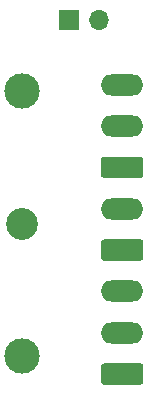
<source format=gts>
%TF.GenerationSoftware,KiCad,Pcbnew,(5.1.9-0-10_14)*%
%TF.CreationDate,2022-11-21T01:50:29-05:00*%
%TF.ProjectId,5AhG3-12S,35416847-332d-4313-9253-2e6b69636164,rev?*%
%TF.SameCoordinates,Original*%
%TF.FileFunction,Soldermask,Top*%
%TF.FilePolarity,Negative*%
%FSLAX46Y46*%
G04 Gerber Fmt 4.6, Leading zero omitted, Abs format (unit mm)*
G04 Created by KiCad (PCBNEW (5.1.9-0-10_14)) date 2022-11-21 01:50:29*
%MOMM*%
%LPD*%
G01*
G04 APERTURE LIST*
%ADD10C,3.000000*%
%ADD11C,2.700000*%
%ADD12O,3.600000X1.800000*%
%ADD13R,1.700000X1.700000*%
%ADD14O,1.700000X1.700000*%
G04 APERTURE END LIST*
D10*
%TO.C,F1*%
X290500000Y-92500000D03*
X290500000Y-115000000D03*
D11*
X290500000Y-103750000D03*
%TD*%
%TO.C,J3*%
G36*
G01*
X300550000Y-99900000D02*
X297450000Y-99900000D01*
G75*
G02*
X297200000Y-99650000I0J250000D01*
G01*
X297200000Y-98350000D01*
G75*
G02*
X297450000Y-98100000I250000J0D01*
G01*
X300550000Y-98100000D01*
G75*
G02*
X300800000Y-98350000I0J-250000D01*
G01*
X300800000Y-99650000D01*
G75*
G02*
X300550000Y-99900000I-250000J0D01*
G01*
G37*
D12*
X299000000Y-95500000D03*
X299000000Y-92000000D03*
%TD*%
%TO.C,J4*%
X299000000Y-109500000D03*
X299000000Y-113000000D03*
G36*
G01*
X300550000Y-117400000D02*
X297450000Y-117400000D01*
G75*
G02*
X297200000Y-117150000I0J250000D01*
G01*
X297200000Y-115850000D01*
G75*
G02*
X297450000Y-115600000I250000J0D01*
G01*
X300550000Y-115600000D01*
G75*
G02*
X300800000Y-115850000I0J-250000D01*
G01*
X300800000Y-117150000D01*
G75*
G02*
X300550000Y-117400000I-250000J0D01*
G01*
G37*
%TD*%
D13*
%TO.C,J1*%
X294500000Y-86500000D03*
D14*
X297040000Y-86500000D03*
%TD*%
%TO.C,J2*%
G36*
G01*
X300550000Y-106900000D02*
X297450000Y-106900000D01*
G75*
G02*
X297200000Y-106650000I0J250000D01*
G01*
X297200000Y-105350000D01*
G75*
G02*
X297450000Y-105100000I250000J0D01*
G01*
X300550000Y-105100000D01*
G75*
G02*
X300800000Y-105350000I0J-250000D01*
G01*
X300800000Y-106650000D01*
G75*
G02*
X300550000Y-106900000I-250000J0D01*
G01*
G37*
D12*
X299000000Y-102500000D03*
%TD*%
M02*

</source>
